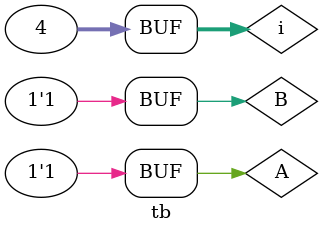
<source format=v>
module half_adder (output sum, cout,
                   input a,b);
  assign sum = a^ b;
  assign cout = a&b;

endmodule

//testbench
module tb;
  reg A, B;
  wire SUM, COUT;
  integer i;
  
  half_adder u1 (.a(A), .b(B), .sum(SUM), .cout(COUT));
  
  initial 
    begin
      
      A <= 1'b0;
      B <= 1'b0;
      
      
      $monitor ("A=%b, B=%b, SUM=%b, CARRY=%b", A,B,SUM,COUT);
      
      for (i = 0; i<4; i=i+1)
        begin
          {A, B} = i;
          #10;
        end
    end
endmodule

</source>
